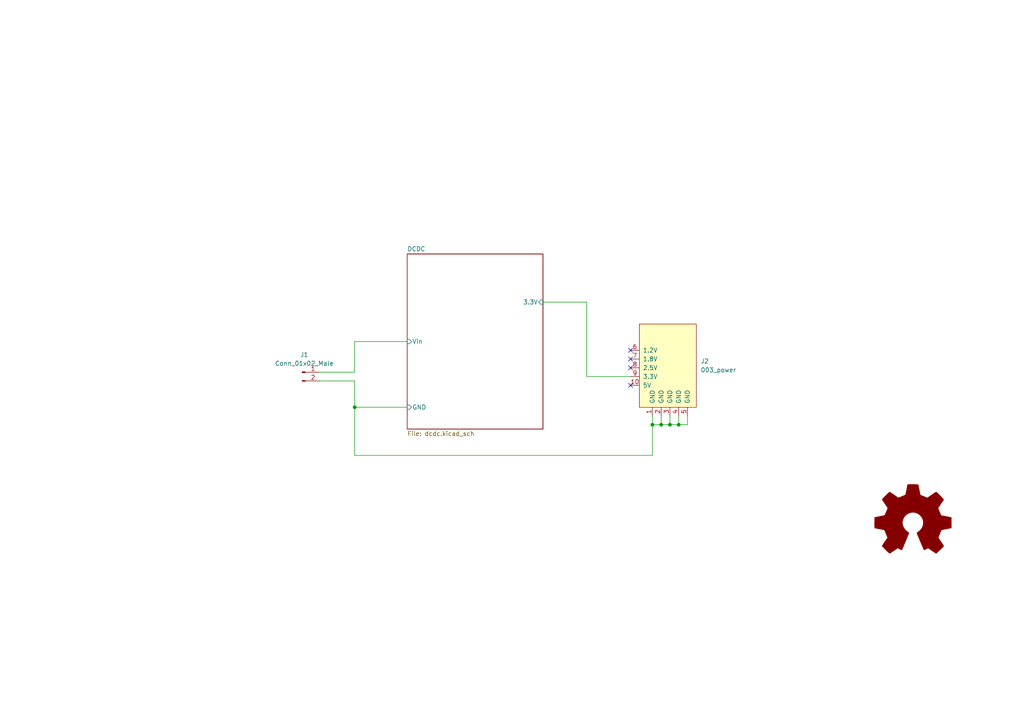
<source format=kicad_sch>
(kicad_sch (version 20211123) (generator eeschema)

  (uuid 29256b3d-9450-4c0a-a4d4-911f04b9c140)

  (paper "A4")

  (lib_symbols
    (symbol "Connector:Conn_01x02_Male" (pin_names (offset 1.016) hide) (in_bom yes) (on_board yes)
      (property "Reference" "J" (id 0) (at 0 2.54 0)
        (effects (font (size 1.27 1.27)))
      )
      (property "Value" "Conn_01x02_Male" (id 1) (at 0 -5.08 0)
        (effects (font (size 1.27 1.27)))
      )
      (property "Footprint" "" (id 2) (at 0 0 0)
        (effects (font (size 1.27 1.27)) hide)
      )
      (property "Datasheet" "~" (id 3) (at 0 0 0)
        (effects (font (size 1.27 1.27)) hide)
      )
      (property "ki_keywords" "connector" (id 4) (at 0 0 0)
        (effects (font (size 1.27 1.27)) hide)
      )
      (property "ki_description" "Generic connector, single row, 01x02, script generated (kicad-library-utils/schlib/autogen/connector/)" (id 5) (at 0 0 0)
        (effects (font (size 1.27 1.27)) hide)
      )
      (property "ki_fp_filters" "Connector*:*_1x??_*" (id 6) (at 0 0 0)
        (effects (font (size 1.27 1.27)) hide)
      )
      (symbol "Conn_01x02_Male_1_1"
        (polyline
          (pts
            (xy 1.27 -2.54)
            (xy 0.8636 -2.54)
          )
          (stroke (width 0.1524) (type default) (color 0 0 0 0))
          (fill (type none))
        )
        (polyline
          (pts
            (xy 1.27 0)
            (xy 0.8636 0)
          )
          (stroke (width 0.1524) (type default) (color 0 0 0 0))
          (fill (type none))
        )
        (rectangle (start 0.8636 -2.413) (end 0 -2.667)
          (stroke (width 0.1524) (type default) (color 0 0 0 0))
          (fill (type outline))
        )
        (rectangle (start 0.8636 0.127) (end 0 -0.127)
          (stroke (width 0.1524) (type default) (color 0 0 0 0))
          (fill (type outline))
        )
        (pin passive line (at 5.08 0 180) (length 3.81)
          (name "Pin_1" (effects (font (size 1.27 1.27))))
          (number "1" (effects (font (size 1.27 1.27))))
        )
        (pin passive line (at 5.08 -2.54 180) (length 3.81)
          (name "Pin_2" (effects (font (size 1.27 1.27))))
          (number "2" (effects (font (size 1.27 1.27))))
        )
      )
    )
    (symbol "Graphic:Logo_Open_Hardware_Large" (pin_names (offset 1.016)) (in_bom yes) (on_board yes)
      (property "Reference" "#LOGO" (id 0) (at 0 12.7 0)
        (effects (font (size 1.27 1.27)) hide)
      )
      (property "Value" "Logo_Open_Hardware_Large" (id 1) (at 0 -10.16 0)
        (effects (font (size 1.27 1.27)) hide)
      )
      (property "Footprint" "" (id 2) (at 0 0 0)
        (effects (font (size 1.27 1.27)) hide)
      )
      (property "Datasheet" "~" (id 3) (at 0 0 0)
        (effects (font (size 1.27 1.27)) hide)
      )
      (property "ki_keywords" "Logo" (id 4) (at 0 0 0)
        (effects (font (size 1.27 1.27)) hide)
      )
      (property "ki_description" "Open Hardware logo, large" (id 5) (at 0 0 0)
        (effects (font (size 1.27 1.27)) hide)
      )
      (symbol "Logo_Open_Hardware_Large_1_1"
        (polyline
          (pts
            (xy 6.731 -8.7122)
            (xy 6.6294 -8.6614)
            (xy 6.35 -8.4836)
            (xy 5.9944 -8.255)
            (xy 5.5372 -7.9502)
            (xy 5.1054 -7.6454)
            (xy 4.7498 -7.4168)
            (xy 4.4958 -7.239)
            (xy 4.3942 -7.1882)
            (xy 4.318 -7.2136)
            (xy 4.1148 -7.3152)
            (xy 3.81 -7.4676)
            (xy 3.6322 -7.5692)
            (xy 3.3528 -7.6708)
            (xy 3.2258 -7.6962)
            (xy 3.2004 -7.6708)
            (xy 3.0988 -7.4676)
            (xy 2.9464 -7.0866)
            (xy 2.7178 -6.604)
            (xy 2.4892 -6.0452)
            (xy 2.2352 -5.4356)
            (xy 1.9558 -4.826)
            (xy 1.7272 -4.2164)
            (xy 1.4986 -3.683)
            (xy 1.3208 -3.2512)
            (xy 1.2192 -2.9464)
            (xy 1.1684 -2.8194)
            (xy 1.1938 -2.794)
            (xy 1.3208 -2.667)
            (xy 1.5748 -2.4892)
            (xy 2.0828 -2.0574)
            (xy 2.6162 -1.397)
            (xy 2.921 -0.6604)
            (xy 3.048 0.1524)
            (xy 2.9464 0.9144)
            (xy 2.6416 1.6256)
            (xy 2.1336 2.286)
            (xy 1.524 2.7686)
            (xy 0.8128 3.0734)
            (xy 0 3.175)
            (xy -0.762 3.0988)
            (xy -1.4986 2.794)
            (xy -2.159 2.286)
            (xy -2.4384 1.9812)
            (xy -2.8194 1.3208)
            (xy -3.048 0.6096)
            (xy -3.0734 0.4318)
            (xy -3.0226 -0.3556)
            (xy -2.794 -1.0922)
            (xy -2.3876 -1.7526)
            (xy -1.8288 -2.3114)
            (xy -1.7526 -2.3622)
            (xy -1.4732 -2.5654)
            (xy -1.2954 -2.6924)
            (xy -1.1684 -2.8194)
            (xy -2.159 -5.207)
            (xy -2.3114 -5.588)
            (xy -2.5908 -6.2484)
            (xy -2.8194 -6.8072)
            (xy -3.0226 -7.2644)
            (xy -3.1496 -7.5692)
            (xy -3.2258 -7.6708)
            (xy -3.2258 -7.6962)
            (xy -3.302 -7.6962)
            (xy -3.4798 -7.6454)
            (xy -3.8354 -7.4676)
            (xy -4.0386 -7.366)
            (xy -4.2926 -7.239)
            (xy -4.4196 -7.1882)
            (xy -4.5212 -7.239)
            (xy -4.7498 -7.3914)
            (xy -5.1054 -7.6454)
            (xy -5.5372 -7.9248)
            (xy -5.9436 -8.2042)
            (xy -6.3246 -8.4582)
            (xy -6.604 -8.636)
            (xy -6.731 -8.7122)
            (xy -6.7564 -8.7122)
            (xy -6.858 -8.636)
            (xy -7.0866 -8.4582)
            (xy -7.4168 -8.1534)
            (xy -7.874 -7.6962)
            (xy -7.9502 -7.62)
            (xy -8.3312 -7.239)
            (xy -8.636 -6.9088)
            (xy -8.8392 -6.6802)
            (xy -8.9154 -6.5786)
            (xy -8.9154 -6.5786)
            (xy -8.8392 -6.4516)
            (xy -8.6614 -6.1722)
            (xy -8.4328 -5.7912)
            (xy -8.128 -5.3594)
            (xy -7.3152 -4.191)
            (xy -7.7724 -3.0988)
            (xy -7.8994 -2.7686)
            (xy -8.0772 -2.3622)
            (xy -8.2042 -2.0828)
            (xy -8.255 -1.9558)
            (xy -8.382 -1.905)
            (xy -8.6614 -1.8542)
            (xy -9.0932 -1.7526)
            (xy -9.6266 -1.651)
            (xy -10.1092 -1.5748)
            (xy -10.541 -1.4732)
            (xy -10.8712 -1.4224)
            (xy -11.0236 -1.397)
            (xy -11.049 -1.3716)
            (xy -11.0744 -1.2954)
            (xy -11.0998 -1.143)
            (xy -11.0998 -0.889)
            (xy -11.1252 -0.4572)
            (xy -11.1252 0.1524)
            (xy -11.1252 0.2286)
            (xy -11.0998 0.8128)
            (xy -11.0998 1.27)
            (xy -11.0744 1.5494)
            (xy -11.0744 1.6764)
            (xy -11.0744 1.6764)
            (xy -10.922 1.7018)
            (xy -10.6172 1.778)
            (xy -10.16 1.8542)
            (xy -9.652 1.9558)
            (xy -9.6012 1.9812)
            (xy -9.0932 2.0828)
            (xy -8.636 2.159)
            (xy -8.3312 2.2352)
            (xy -8.2042 2.286)
            (xy -8.1788 2.3114)
            (xy -8.0772 2.5146)
            (xy -7.9248 2.8448)
            (xy -7.747 3.2512)
            (xy -7.5692 3.6576)
            (xy -7.4168 4.0386)
            (xy -7.3152 4.318)
            (xy -7.2898 4.445)
            (xy -7.2898 4.445)
            (xy -7.366 4.572)
            (xy -7.5438 4.826)
            (xy -7.7978 5.207)
            (xy -8.128 5.6642)
            (xy -8.128 5.6896)
            (xy -8.4328 6.1468)
            (xy -8.6868 6.5278)
            (xy -8.8392 6.7818)
            (xy -8.9154 6.9088)
            (xy -8.9154 6.9088)
            (xy -8.8138 7.0358)
            (xy -8.5852 7.2898)
            (xy -8.255 7.6454)
            (xy -7.874 8.0264)
            (xy -7.747 8.1534)
            (xy -7.3152 8.5852)
            (xy -7.0104 8.8646)
            (xy -6.8326 8.9916)
            (xy -6.731 9.0424)
            (xy -6.731 9.0424)
            (xy -6.604 8.9408)
            (xy -6.3246 8.763)
            (xy -5.9436 8.509)
            (xy -5.4864 8.2042)
            (xy -5.461 8.1788)
            (xy -5.0038 7.874)
            (xy -4.6482 7.62)
            (xy -4.3688 7.4422)
            (xy -4.2672 7.3914)
            (xy -4.2418 7.3914)
            (xy -4.064 7.4422)
            (xy -3.7338 7.5438)
            (xy -3.3528 7.6962)
            (xy -2.9464 7.874)
            (xy -2.5654 8.0264)
            (xy -2.286 8.1534)
            (xy -2.159 8.2296)
            (xy -2.159 8.2296)
            (xy -2.1082 8.382)
            (xy -2.032 8.7122)
            (xy -1.9304 9.1694)
            (xy -1.8288 9.7282)
            (xy -1.8034 9.8044)
            (xy -1.7018 10.3378)
            (xy -1.6256 10.7696)
            (xy -1.5748 11.0744)
            (xy -1.524 11.2014)
            (xy -1.4478 11.2268)
            (xy -1.1938 11.2522)
            (xy -0.8128 11.2522)
            (xy -0.3302 11.2522)
            (xy 0.1524 11.2522)
            (xy 0.6604 11.2522)
            (xy 1.0668 11.2268)
            (xy 1.3716 11.2014)
            (xy 1.4986 11.176)
            (xy 1.4986 11.176)
            (xy 1.5494 11.0236)
            (xy 1.6256 10.6934)
            (xy 1.7018 10.2108)
            (xy 1.8288 9.6774)
            (xy 1.8288 9.5758)
            (xy 1.9304 9.0424)
            (xy 2.032 8.6106)
            (xy 2.0828 8.3058)
            (xy 2.1336 8.2042)
            (xy 2.159 8.1788)
            (xy 2.3876 8.0772)
            (xy 2.7432 7.9248)
            (xy 3.175 7.747)
            (xy 4.191 7.3406)
            (xy 5.461 8.2042)
            (xy 5.5626 8.2804)
            (xy 6.0198 8.5852)
            (xy 6.3754 8.8392)
            (xy 6.6294 8.9916)
            (xy 6.7564 9.0424)
            (xy 6.7564 9.0424)
            (xy 6.8834 8.9408)
            (xy 7.1374 8.7122)
            (xy 7.4676 8.382)
            (xy 7.8486 7.9756)
            (xy 8.1534 7.6962)
            (xy 8.4836 7.3406)
            (xy 8.7122 7.112)
            (xy 8.8392 6.9596)
            (xy 8.8646 6.858)
            (xy 8.8646 6.8072)
            (xy 8.7884 6.6802)
            (xy 8.6106 6.4008)
            (xy 8.3312 6.0198)
            (xy 8.0264 5.588)
            (xy 7.7978 5.207)
            (xy 7.5184 4.8006)
            (xy 7.3406 4.4958)
            (xy 7.2898 4.3434)
            (xy 7.2898 4.2926)
            (xy 7.3914 4.0386)
            (xy 7.5184 3.683)
            (xy 7.7216 3.2258)
            (xy 8.1534 2.2352)
            (xy 8.7884 2.1082)
            (xy 9.1948 2.0574)
            (xy 9.7536 1.9304)
            (xy 10.2616 1.8288)
            (xy 11.0998 1.6764)
            (xy 11.1252 -1.3208)
            (xy 10.9982 -1.3716)
            (xy 10.8712 -1.397)
            (xy 10.5664 -1.4732)
            (xy 10.1346 -1.5494)
            (xy 9.6266 -1.651)
            (xy 9.1948 -1.7272)
            (xy 8.7376 -1.8288)
            (xy 8.4328 -1.8796)
            (xy 8.2804 -1.905)
            (xy 8.255 -1.9558)
            (xy 8.1534 -2.159)
            (xy 7.9756 -2.5146)
            (xy 7.8232 -2.921)
            (xy 7.6454 -3.3274)
            (xy 7.493 -3.7338)
            (xy 7.366 -4.0132)
            (xy 7.3406 -4.191)
            (xy 7.3914 -4.2926)
            (xy 7.5692 -4.5466)
            (xy 7.7978 -4.9276)
            (xy 8.1026 -5.3594)
            (xy 8.4074 -5.7912)
            (xy 8.6614 -6.1722)
            (xy 8.8138 -6.4262)
            (xy 8.89 -6.5532)
            (xy 8.8646 -6.6548)
            (xy 8.6868 -6.858)
            (xy 8.3566 -7.1882)
            (xy 7.874 -7.6708)
            (xy 7.7978 -7.747)
            (xy 7.3914 -8.128)
            (xy 7.0612 -8.4328)
            (xy 6.8326 -8.636)
            (xy 6.731 -8.7122)
          )
          (stroke (width 0) (type default) (color 0 0 0 0))
          (fill (type outline))
        )
      )
    )
    (symbol "put_on_edge:003_power" (pin_names (offset 1.016)) (in_bom yes) (on_board yes)
      (property "Reference" "J" (id 0) (at -2.54 13.97 0)
        (effects (font (size 1.27 1.27)))
      )
      (property "Value" "003_power" (id 1) (at 8.89 13.97 0)
        (effects (font (size 1.27 1.27)))
      )
      (property "Footprint" "" (id 2) (at 7.62 16.51 0)
        (effects (font (size 1.27 1.27)) hide)
      )
      (property "Datasheet" "" (id 3) (at 7.62 16.51 0)
        (effects (font (size 1.27 1.27)) hide)
      )
      (symbol "003_power_0_1"
        (rectangle (start -8.89 12.7) (end 7.62 -11.43)
          (stroke (width 0) (type default) (color 0 0 0 0))
          (fill (type background))
        )
      )
      (symbol "003_power_1_1"
        (pin power_in line (at -5.08 -13.97 90) (length 2.54)
          (name "GND" (effects (font (size 1.27 1.27))))
          (number "1" (effects (font (size 1.27 1.27))))
        )
        (pin power_out line (at -11.43 -5.08 0) (length 2.54)
          (name "5V" (effects (font (size 1.27 1.27))))
          (number "10" (effects (font (size 1.27 1.27))))
        )
        (pin power_in line (at -2.54 -13.97 90) (length 2.54)
          (name "GND" (effects (font (size 1.27 1.27))))
          (number "2" (effects (font (size 1.27 1.27))))
        )
        (pin power_in line (at 0 -13.97 90) (length 2.54)
          (name "GND" (effects (font (size 1.27 1.27))))
          (number "3" (effects (font (size 1.27 1.27))))
        )
        (pin power_in line (at 2.54 -13.97 90) (length 2.54)
          (name "GND" (effects (font (size 1.27 1.27))))
          (number "4" (effects (font (size 1.27 1.27))))
        )
        (pin power_in line (at 5.08 -13.97 90) (length 2.54)
          (name "GND" (effects (font (size 1.27 1.27))))
          (number "5" (effects (font (size 1.27 1.27))))
        )
        (pin power_out line (at -11.43 5.08 0) (length 2.54)
          (name "1.2V" (effects (font (size 1.27 1.27))))
          (number "6" (effects (font (size 1.27 1.27))))
        )
        (pin power_out line (at -11.43 2.54 0) (length 2.54)
          (name "1.8V" (effects (font (size 1.27 1.27))))
          (number "7" (effects (font (size 1.27 1.27))))
        )
        (pin power_out line (at -11.43 0 0) (length 2.54)
          (name "2.5V" (effects (font (size 1.27 1.27))))
          (number "8" (effects (font (size 1.27 1.27))))
        )
        (pin power_out line (at -11.43 -2.54 0) (length 2.54)
          (name "3.3V" (effects (font (size 1.27 1.27))))
          (number "9" (effects (font (size 1.27 1.27))))
        )
      )
    )
  )

  (junction (at 194.31 123.19) (diameter 0) (color 0 0 0 0)
    (uuid 371743e2-b9a6-42f3-83df-5b2e625b9e63)
  )
  (junction (at 102.87 118.11) (diameter 0) (color 0 0 0 0)
    (uuid 47fa301f-7391-4d02-badc-831793882d59)
  )
  (junction (at 191.77 123.19) (diameter 0) (color 0 0 0 0)
    (uuid 9797e2da-0b68-41d2-99e6-70ffa9ca2c32)
  )
  (junction (at 189.23 123.19) (diameter 0) (color 0 0 0 0)
    (uuid f2d63d99-68ab-442e-b927-d7992d04f90f)
  )
  (junction (at 196.85 123.19) (diameter 0) (color 0 0 0 0)
    (uuid fffe395d-2d56-45d2-9c27-e0151c0e6275)
  )

  (no_connect (at 182.88 101.6) (uuid 11019d01-0327-4ee2-8afb-c8e3a069592c))
  (no_connect (at 182.88 104.14) (uuid 11019d01-0327-4ee2-8afb-c8e3a069592c))
  (no_connect (at 182.88 106.68) (uuid 11019d01-0327-4ee2-8afb-c8e3a069592c))
  (no_connect (at 182.88 111.76) (uuid 11019d01-0327-4ee2-8afb-c8e3a069592c))

  (wire (pts (xy 196.85 123.19) (xy 199.39 123.19))
    (stroke (width 0) (type default) (color 0 0 0 0))
    (uuid 0bec6517-fc05-4ad9-947f-eebfad89268c)
  )
  (wire (pts (xy 102.87 110.49) (xy 102.87 118.11))
    (stroke (width 0) (type default) (color 0 0 0 0))
    (uuid 115271eb-bca6-46f5-b7c4-58988d0d56da)
  )
  (wire (pts (xy 189.23 123.19) (xy 189.23 120.65))
    (stroke (width 0) (type default) (color 0 0 0 0))
    (uuid 19f0c9e2-930b-48cd-8952-a0bdf4e9ff45)
  )
  (wire (pts (xy 191.77 123.19) (xy 194.31 123.19))
    (stroke (width 0) (type default) (color 0 0 0 0))
    (uuid 1f16ba0d-8e6b-4986-abcb-786d8281185e)
  )
  (wire (pts (xy 102.87 99.06) (xy 118.11 99.06))
    (stroke (width 0) (type default) (color 0 0 0 0))
    (uuid 1f19cf23-b47c-44f0-bb7c-2f42eb048aac)
  )
  (wire (pts (xy 102.87 132.08) (xy 189.23 132.08))
    (stroke (width 0) (type default) (color 0 0 0 0))
    (uuid 2ea75034-a5c9-465f-b75b-ca1d4ae33280)
  )
  (wire (pts (xy 102.87 107.95) (xy 102.87 99.06))
    (stroke (width 0) (type default) (color 0 0 0 0))
    (uuid 4d85b5c1-bad0-4013-8105-d8220718f68a)
  )
  (wire (pts (xy 157.48 87.63) (xy 170.18 87.63))
    (stroke (width 0) (type default) (color 0 0 0 0))
    (uuid 54b51d31-2349-4972-8c28-b2ae1a316391)
  )
  (wire (pts (xy 196.85 120.65) (xy 196.85 123.19))
    (stroke (width 0) (type default) (color 0 0 0 0))
    (uuid 633e75a6-1f25-4158-8638-61faf26d6ff1)
  )
  (wire (pts (xy 194.31 120.65) (xy 194.31 123.19))
    (stroke (width 0) (type default) (color 0 0 0 0))
    (uuid a5fecf6e-2d48-4448-98bd-5898dc1a59fc)
  )
  (wire (pts (xy 194.31 123.19) (xy 196.85 123.19))
    (stroke (width 0) (type default) (color 0 0 0 0))
    (uuid bb4f58e2-6f2d-4470-b610-1dfb2de3f6e1)
  )
  (wire (pts (xy 189.23 123.19) (xy 191.77 123.19))
    (stroke (width 0) (type default) (color 0 0 0 0))
    (uuid c152eb07-b5ed-4f3a-9b8e-19ff5345a9d9)
  )
  (wire (pts (xy 92.71 107.95) (xy 102.87 107.95))
    (stroke (width 0) (type default) (color 0 0 0 0))
    (uuid c54c1082-ec76-4597-992f-f45726097b09)
  )
  (wire (pts (xy 102.87 118.11) (xy 118.11 118.11))
    (stroke (width 0) (type default) (color 0 0 0 0))
    (uuid c960269b-d0bb-42ad-985b-3600ed8ac10e)
  )
  (wire (pts (xy 102.87 118.11) (xy 102.87 132.08))
    (stroke (width 0) (type default) (color 0 0 0 0))
    (uuid ca869630-20d8-469c-84d5-695c31b087ee)
  )
  (wire (pts (xy 92.71 110.49) (xy 102.87 110.49))
    (stroke (width 0) (type default) (color 0 0 0 0))
    (uuid debb9623-9a9a-42b9-b739-4b0fe6ffdc99)
  )
  (wire (pts (xy 199.39 123.19) (xy 199.39 120.65))
    (stroke (width 0) (type default) (color 0 0 0 0))
    (uuid e68d63e8-b82b-4bf9-b2bf-781f5f17504e)
  )
  (wire (pts (xy 170.18 109.22) (xy 182.88 109.22))
    (stroke (width 0) (type default) (color 0 0 0 0))
    (uuid f78a285b-be9e-4741-b9e9-60bd01559d0b)
  )
  (wire (pts (xy 191.77 120.65) (xy 191.77 123.19))
    (stroke (width 0) (type default) (color 0 0 0 0))
    (uuid f944b2bf-891f-4e09-bcfb-97010ca86a90)
  )
  (wire (pts (xy 189.23 132.08) (xy 189.23 123.19))
    (stroke (width 0) (type default) (color 0 0 0 0))
    (uuid fa839e4e-68d3-48fe-837d-19bd49cf2eb1)
  )
  (wire (pts (xy 170.18 87.63) (xy 170.18 109.22))
    (stroke (width 0) (type default) (color 0 0 0 0))
    (uuid fe1e7b40-e865-4343-a452-88392e1dc585)
  )

  (symbol (lib_id "Graphic:Logo_Open_Hardware_Large") (at 264.795 151.765 0) (unit 1)
    (in_bom yes) (on_board yes)
    (uuid 00000000-0000-0000-0000-000060bd71e9)
    (property "Reference" "l1" (id 0) (at 264.795 139.065 0)
      (effects (font (size 1.27 1.27)) hide)
    )
    (property "Value" "Logo_Open_Hardware_Larg" (id 1) (at 264.795 161.925 0)
      (effects (font (size 1.27 1.27)) hide)
    )
    (property "Footprint" "Symbol:OSHW-Logo2_7.3x6mm_SilkScreen" (id 2) (at 264.795 151.765 0)
      (effects (font (size 1.27 1.27)) hide)
    )
    (property "Datasheet" "~" (id 3) (at 264.795 151.765 0)
      (effects (font (size 1.27 1.27)) hide)
    )
  )

  (symbol (lib_id "Connector:Conn_01x02_Male") (at 87.63 107.95 0) (unit 1)
    (in_bom yes) (on_board yes) (fields_autoplaced)
    (uuid 66c6cc02-f87a-4a19-843e-797b6dfea2e2)
    (property "Reference" "J1" (id 0) (at 88.265 102.87 0))
    (property "Value" "Conn_01x02_Male" (id 1) (at 88.265 105.41 0))
    (property "Footprint" "Connector_PinHeader_2.54mm:PinHeader_1x02_P2.54mm_Vertical" (id 2) (at 87.63 107.95 0)
      (effects (font (size 1.27 1.27)) hide)
    )
    (property "Datasheet" "~" (id 3) (at 87.63 107.95 0)
      (effects (font (size 1.27 1.27)) hide)
    )
    (pin "1" (uuid 3b261fc5-8ef4-447c-9017-38aa0629c314))
    (pin "2" (uuid b06a7ac4-84fe-45e0-a72e-9ec2d2102af8))
  )

  (symbol (lib_id "put_on_edge:003_power") (at 194.31 106.68 0) (unit 1)
    (in_bom yes) (on_board yes) (fields_autoplaced)
    (uuid e7d0015f-945d-4113-843f-b2e06b7c140a)
    (property "Reference" "J2" (id 0) (at 203.2 104.7749 0)
      (effects (font (size 1.27 1.27)) (justify left))
    )
    (property "Value" "003_power" (id 1) (at 203.2 107.3149 0)
      (effects (font (size 1.27 1.27)) (justify left))
    )
    (property "Footprint" "on_edge:on_edge_2x05_host" (id 2) (at 201.93 90.17 0)
      (effects (font (size 1.27 1.27)) hide)
    )
    (property "Datasheet" "" (id 3) (at 201.93 90.17 0)
      (effects (font (size 1.27 1.27)) hide)
    )
    (pin "1" (uuid 0ff0f017-1f6c-4b42-a39d-12d6e46a319b))
    (pin "10" (uuid 5b622905-3623-4154-8a62-7d334bbe8612))
    (pin "2" (uuid 5f2a48c8-b7f0-45a5-978a-7dd0f5a4eb5c))
    (pin "3" (uuid 03cb82dc-771e-42e8-a5d6-729cc9699fd4))
    (pin "4" (uuid 55d732f7-071d-41af-96d0-345811b44332))
    (pin "5" (uuid 380fc532-c028-4d6f-ab1a-016327b6c957))
    (pin "6" (uuid 8df61d50-72ca-4280-b2f2-952f114cb9e5))
    (pin "7" (uuid 8a515d82-fe0b-45c6-8b61-07db7eef455c))
    (pin "8" (uuid a829f8c4-f100-4966-9387-57dc9dc0623c))
    (pin "9" (uuid e8bdb9cb-007f-4b6a-83dd-7ed6b6c7ba0a))
  )

  (sheet (at 118.11 73.66) (size 39.37 50.8) (fields_autoplaced)
    (stroke (width 0.1524) (type solid) (color 0 0 0 0))
    (fill (color 0 0 0 0.0000))
    (uuid 592f25e6-a01b-47fd-8172-3da01117d00a)
    (property "Sheet name" "DCDC" (id 0) (at 118.11 72.9484 0)
      (effects (font (size 1.27 1.27)) (justify left bottom))
    )
    (property "Sheet file" "dcdc.kicad_sch" (id 1) (at 118.11 125.0446 0)
      (effects (font (size 1.27 1.27)) (justify left top))
    )
    (pin "3.3V" input (at 157.48 87.63 0)
      (effects (font (size 1.27 1.27)) (justify right))
      (uuid 330b3c32-638e-479c-b88b-2ccf9094af25)
    )
    (pin "GND" input (at 118.11 118.11 180)
      (effects (font (size 1.27 1.27)) (justify left))
      (uuid a99e8602-ce26-46af-bf6d-74d87543de6f)
    )
    (pin "Vin" input (at 118.11 99.06 180)
      (effects (font (size 1.27 1.27)) (justify left))
      (uuid d310b487-3773-4ce5-9942-b7018f993c77)
    )
  )

  (sheet_instances
    (path "/" (page "1"))
    (path "/592f25e6-a01b-47fd-8172-3da01117d00a" (page "2"))
  )

  (symbol_instances
    (path "/592f25e6-a01b-47fd-8172-3da01117d00a/3ff670cd-ffb3-439b-9af1-d73390668826"
      (reference "C1") (unit 1) (value "10uF") (footprint "Capacitor_SMD:C_0805_2012Metric")
    )
    (path "/592f25e6-a01b-47fd-8172-3da01117d00a/080b8ace-2adc-4e10-b167-50940bc12c92"
      (reference "C2") (unit 1) (value "100nF") (footprint "Capacitor_SMD:C_0603_1608Metric")
    )
    (path "/592f25e6-a01b-47fd-8172-3da01117d00a/68c7dd1a-728b-45d6-957c-248465da0cdf"
      (reference "C3") (unit 1) (value "100nF") (footprint "Capacitor_SMD:C_0603_1608Metric")
    )
    (path "/592f25e6-a01b-47fd-8172-3da01117d00a/6f2c5bc3-6d6e-4c79-babd-ea66fc57e41d"
      (reference "C4") (unit 1) (value "22uF") (footprint "Capacitor_SMD:C_0805_2012Metric")
    )
    (path "/592f25e6-a01b-47fd-8172-3da01117d00a/8d71e9df-6fe2-4baa-be52-f3d19265c095"
      (reference "C5") (unit 1) (value "22uF") (footprint "Capacitor_SMD:C_0805_2012Metric")
    )
    (path "/66c6cc02-f87a-4a19-843e-797b6dfea2e2"
      (reference "J1") (unit 1) (value "Conn_01x02_Male") (footprint "Connector_PinHeader_2.54mm:PinHeader_1x02_P2.54mm_Vertical")
    )
    (path "/e7d0015f-945d-4113-843f-b2e06b7c140a"
      (reference "J2") (unit 1) (value "003_power") (footprint "on_edge:on_edge_2x05_host")
    )
    (path "/592f25e6-a01b-47fd-8172-3da01117d00a/d8a8e656-94cb-4a0a-b6af-8fccae1d35bd"
      (reference "L1") (unit 1) (value "3.3uH") (footprint "Inductor_SMD:L_Bourns-SRN4018")
    )
    (path "/592f25e6-a01b-47fd-8172-3da01117d00a/476a5842-b603-4dc5-b824-13cb746c88f4"
      (reference "R1") (unit 1) (value "d.n.p.") (footprint "Resistor_SMD:R_0603_1608Metric")
    )
    (path "/592f25e6-a01b-47fd-8172-3da01117d00a/db3669eb-e710-44a5-a40d-a81e0511f173"
      (reference "R2") (unit 1) (value "d.n.p.") (footprint "Resistor_SMD:R_0603_1608Metric")
    )
    (path "/592f25e6-a01b-47fd-8172-3da01117d00a/eab6a6c1-60ab-4c87-a263-cf12fbf86905"
      (reference "R3") (unit 1) (value "31.6k") (footprint "Resistor_SMD:R_0603_1608Metric")
    )
    (path "/592f25e6-a01b-47fd-8172-3da01117d00a/f841bee2-36cf-41f9-acb7-740ce8c6d24f"
      (reference "R4") (unit 1) (value "10k") (footprint "Resistor_SMD:R_0603_1608Metric")
    )
    (path "/592f25e6-a01b-47fd-8172-3da01117d00a/8d9ea4cf-1047-42af-bf72-13258f22d6ad"
      (reference "U1") (unit 1) (value "AP62200") (footprint "Package_TO_SOT_SMD:SOT-563")
    )
    (path "/00000000-0000-0000-0000-000060bd71e9"
      (reference "l1") (unit 1) (value "Logo_Open_Hardware_Larg") (footprint "Symbol:OSHW-Logo2_7.3x6mm_SilkScreen")
    )
  )
)

</source>
